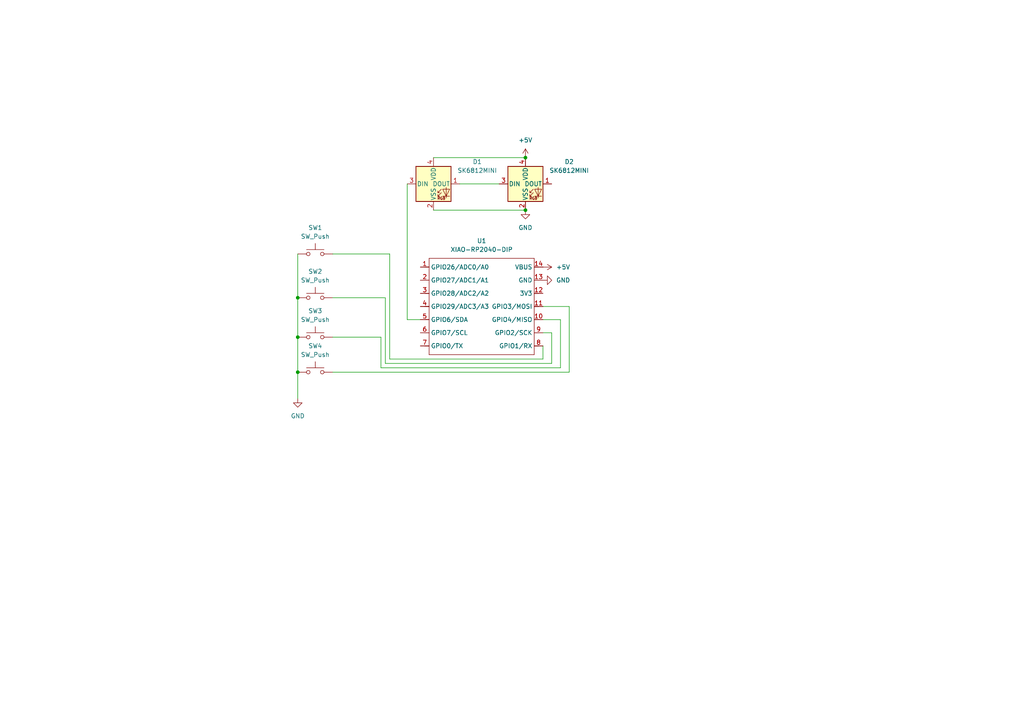
<source format=kicad_sch>
(kicad_sch
	(version 20250114)
	(generator "eeschema")
	(generator_version "9.0")
	(uuid "f24a4697-8b16-4b58-9cf6-73cb21826467")
	(paper "A4")
	(lib_symbols
		(symbol "LED:SK6812MINI"
			(pin_names
				(offset 0.254)
			)
			(exclude_from_sim no)
			(in_bom yes)
			(on_board yes)
			(property "Reference" "D"
				(at 5.08 5.715 0)
				(effects
					(font
						(size 1.27 1.27)
					)
					(justify right bottom)
				)
			)
			(property "Value" "SK6812MINI"
				(at 1.27 -5.715 0)
				(effects
					(font
						(size 1.27 1.27)
					)
					(justify left top)
				)
			)
			(property "Footprint" "LED_SMD:LED_SK6812MINI_PLCC4_3.5x3.5mm_P1.75mm"
				(at 1.27 -7.62 0)
				(effects
					(font
						(size 1.27 1.27)
					)
					(justify left top)
					(hide yes)
				)
			)
			(property "Datasheet" "https://cdn-shop.adafruit.com/product-files/2686/SK6812MINI_REV.01-1-2.pdf"
				(at 2.54 -9.525 0)
				(effects
					(font
						(size 1.27 1.27)
					)
					(justify left top)
					(hide yes)
				)
			)
			(property "Description" "RGB LED with integrated controller"
				(at 0 0 0)
				(effects
					(font
						(size 1.27 1.27)
					)
					(hide yes)
				)
			)
			(property "ki_keywords" "RGB LED NeoPixel Mini addressable"
				(at 0 0 0)
				(effects
					(font
						(size 1.27 1.27)
					)
					(hide yes)
				)
			)
			(property "ki_fp_filters" "LED*SK6812MINI*PLCC*3.5x3.5mm*P1.75mm*"
				(at 0 0 0)
				(effects
					(font
						(size 1.27 1.27)
					)
					(hide yes)
				)
			)
			(symbol "SK6812MINI_0_0"
				(text "RGB"
					(at 2.286 -4.191 0)
					(effects
						(font
							(size 0.762 0.762)
						)
					)
				)
			)
			(symbol "SK6812MINI_0_1"
				(polyline
					(pts
						(xy 1.27 -2.54) (xy 1.778 -2.54)
					)
					(stroke
						(width 0)
						(type default)
					)
					(fill
						(type none)
					)
				)
				(polyline
					(pts
						(xy 1.27 -3.556) (xy 1.778 -3.556)
					)
					(stroke
						(width 0)
						(type default)
					)
					(fill
						(type none)
					)
				)
				(polyline
					(pts
						(xy 2.286 -1.524) (xy 1.27 -2.54) (xy 1.27 -2.032)
					)
					(stroke
						(width 0)
						(type default)
					)
					(fill
						(type none)
					)
				)
				(polyline
					(pts
						(xy 2.286 -2.54) (xy 1.27 -3.556) (xy 1.27 -3.048)
					)
					(stroke
						(width 0)
						(type default)
					)
					(fill
						(type none)
					)
				)
				(polyline
					(pts
						(xy 3.683 -1.016) (xy 3.683 -3.556) (xy 3.683 -4.064)
					)
					(stroke
						(width 0)
						(type default)
					)
					(fill
						(type none)
					)
				)
				(polyline
					(pts
						(xy 4.699 -1.524) (xy 2.667 -1.524) (xy 3.683 -3.556) (xy 4.699 -1.524)
					)
					(stroke
						(width 0)
						(type default)
					)
					(fill
						(type none)
					)
				)
				(polyline
					(pts
						(xy 4.699 -3.556) (xy 2.667 -3.556)
					)
					(stroke
						(width 0)
						(type default)
					)
					(fill
						(type none)
					)
				)
				(rectangle
					(start 5.08 5.08)
					(end -5.08 -5.08)
					(stroke
						(width 0.254)
						(type default)
					)
					(fill
						(type background)
					)
				)
			)
			(symbol "SK6812MINI_1_1"
				(pin input line
					(at -7.62 0 0)
					(length 2.54)
					(name "DIN"
						(effects
							(font
								(size 1.27 1.27)
							)
						)
					)
					(number "3"
						(effects
							(font
								(size 1.27 1.27)
							)
						)
					)
				)
				(pin power_in line
					(at 0 7.62 270)
					(length 2.54)
					(name "VDD"
						(effects
							(font
								(size 1.27 1.27)
							)
						)
					)
					(number "4"
						(effects
							(font
								(size 1.27 1.27)
							)
						)
					)
				)
				(pin power_in line
					(at 0 -7.62 90)
					(length 2.54)
					(name "VSS"
						(effects
							(font
								(size 1.27 1.27)
							)
						)
					)
					(number "2"
						(effects
							(font
								(size 1.27 1.27)
							)
						)
					)
				)
				(pin output line
					(at 7.62 0 180)
					(length 2.54)
					(name "DOUT"
						(effects
							(font
								(size 1.27 1.27)
							)
						)
					)
					(number "1"
						(effects
							(font
								(size 1.27 1.27)
							)
						)
					)
				)
			)
			(embedded_fonts no)
		)
		(symbol "OPL:XIAO-RP2040-DIP"
			(exclude_from_sim no)
			(in_bom yes)
			(on_board yes)
			(property "Reference" "U"
				(at 0 0 0)
				(effects
					(font
						(size 1.27 1.27)
					)
				)
			)
			(property "Value" "XIAO-RP2040-DIP"
				(at 5.334 -1.778 0)
				(effects
					(font
						(size 1.27 1.27)
					)
				)
			)
			(property "Footprint" "Module:MOUDLE14P-XIAO-DIP-SMD"
				(at 14.478 -32.258 0)
				(effects
					(font
						(size 1.27 1.27)
					)
					(hide yes)
				)
			)
			(property "Datasheet" ""
				(at 0 0 0)
				(effects
					(font
						(size 1.27 1.27)
					)
					(hide yes)
				)
			)
			(property "Description" ""
				(at 0 0 0)
				(effects
					(font
						(size 1.27 1.27)
					)
					(hide yes)
				)
			)
			(symbol "XIAO-RP2040-DIP_1_0"
				(polyline
					(pts
						(xy -1.27 -2.54) (xy 29.21 -2.54)
					)
					(stroke
						(width 0.1524)
						(type solid)
					)
					(fill
						(type none)
					)
				)
				(polyline
					(pts
						(xy -1.27 -5.08) (xy -2.54 -5.08)
					)
					(stroke
						(width 0.1524)
						(type solid)
					)
					(fill
						(type none)
					)
				)
				(polyline
					(pts
						(xy -1.27 -5.08) (xy -1.27 -2.54)
					)
					(stroke
						(width 0.1524)
						(type solid)
					)
					(fill
						(type none)
					)
				)
				(polyline
					(pts
						(xy -1.27 -8.89) (xy -2.54 -8.89)
					)
					(stroke
						(width 0.1524)
						(type solid)
					)
					(fill
						(type none)
					)
				)
				(polyline
					(pts
						(xy -1.27 -8.89) (xy -1.27 -5.08)
					)
					(stroke
						(width 0.1524)
						(type solid)
					)
					(fill
						(type none)
					)
				)
				(polyline
					(pts
						(xy -1.27 -12.7) (xy -2.54 -12.7)
					)
					(stroke
						(width 0.1524)
						(type solid)
					)
					(fill
						(type none)
					)
				)
				(polyline
					(pts
						(xy -1.27 -12.7) (xy -1.27 -8.89)
					)
					(stroke
						(width 0.1524)
						(type solid)
					)
					(fill
						(type none)
					)
				)
				(polyline
					(pts
						(xy -1.27 -16.51) (xy -2.54 -16.51)
					)
					(stroke
						(width 0.1524)
						(type solid)
					)
					(fill
						(type none)
					)
				)
				(polyline
					(pts
						(xy -1.27 -16.51) (xy -1.27 -12.7)
					)
					(stroke
						(width 0.1524)
						(type solid)
					)
					(fill
						(type none)
					)
				)
				(polyline
					(pts
						(xy -1.27 -20.32) (xy -2.54 -20.32)
					)
					(stroke
						(width 0.1524)
						(type solid)
					)
					(fill
						(type none)
					)
				)
				(polyline
					(pts
						(xy -1.27 -24.13) (xy -2.54 -24.13)
					)
					(stroke
						(width 0.1524)
						(type solid)
					)
					(fill
						(type none)
					)
				)
				(polyline
					(pts
						(xy -1.27 -27.94) (xy -2.54 -27.94)
					)
					(stroke
						(width 0.1524)
						(type solid)
					)
					(fill
						(type none)
					)
				)
				(polyline
					(pts
						(xy -1.27 -30.48) (xy -1.27 -16.51)
					)
					(stroke
						(width 0.1524)
						(type solid)
					)
					(fill
						(type none)
					)
				)
				(polyline
					(pts
						(xy 29.21 -2.54) (xy 29.21 -5.08)
					)
					(stroke
						(width 0.1524)
						(type solid)
					)
					(fill
						(type none)
					)
				)
				(polyline
					(pts
						(xy 29.21 -5.08) (xy 29.21 -8.89)
					)
					(stroke
						(width 0.1524)
						(type solid)
					)
					(fill
						(type none)
					)
				)
				(polyline
					(pts
						(xy 29.21 -8.89) (xy 29.21 -12.7)
					)
					(stroke
						(width 0.1524)
						(type solid)
					)
					(fill
						(type none)
					)
				)
				(polyline
					(pts
						(xy 29.21 -12.7) (xy 29.21 -30.48)
					)
					(stroke
						(width 0.1524)
						(type solid)
					)
					(fill
						(type none)
					)
				)
				(polyline
					(pts
						(xy 29.21 -30.48) (xy -1.27 -30.48)
					)
					(stroke
						(width 0.1524)
						(type solid)
					)
					(fill
						(type none)
					)
				)
				(polyline
					(pts
						(xy 30.48 -5.08) (xy 29.21 -5.08)
					)
					(stroke
						(width 0.1524)
						(type solid)
					)
					(fill
						(type none)
					)
				)
				(polyline
					(pts
						(xy 30.48 -8.89) (xy 29.21 -8.89)
					)
					(stroke
						(width 0.1524)
						(type solid)
					)
					(fill
						(type none)
					)
				)
				(polyline
					(pts
						(xy 30.48 -12.7) (xy 29.21 -12.7)
					)
					(stroke
						(width 0.1524)
						(type solid)
					)
					(fill
						(type none)
					)
				)
				(polyline
					(pts
						(xy 30.48 -16.51) (xy 29.21 -16.51)
					)
					(stroke
						(width 0.1524)
						(type solid)
					)
					(fill
						(type none)
					)
				)
				(polyline
					(pts
						(xy 30.48 -20.32) (xy 29.21 -20.32)
					)
					(stroke
						(width 0.1524)
						(type solid)
					)
					(fill
						(type none)
					)
				)
				(polyline
					(pts
						(xy 30.48 -24.13) (xy 29.21 -24.13)
					)
					(stroke
						(width 0.1524)
						(type solid)
					)
					(fill
						(type none)
					)
				)
				(polyline
					(pts
						(xy 30.48 -27.94) (xy 29.21 -27.94)
					)
					(stroke
						(width 0.1524)
						(type solid)
					)
					(fill
						(type none)
					)
				)
				(pin passive line
					(at -3.81 -5.08 0)
					(length 2.54)
					(name "GPIO26/ADC0/A0"
						(effects
							(font
								(size 1.27 1.27)
							)
						)
					)
					(number "1"
						(effects
							(font
								(size 1.27 1.27)
							)
						)
					)
				)
				(pin passive line
					(at -3.81 -8.89 0)
					(length 2.54)
					(name "GPIO27/ADC1/A1"
						(effects
							(font
								(size 1.27 1.27)
							)
						)
					)
					(number "2"
						(effects
							(font
								(size 1.27 1.27)
							)
						)
					)
				)
				(pin passive line
					(at -3.81 -12.7 0)
					(length 2.54)
					(name "GPIO28/ADC2/A2"
						(effects
							(font
								(size 1.27 1.27)
							)
						)
					)
					(number "3"
						(effects
							(font
								(size 1.27 1.27)
							)
						)
					)
				)
				(pin passive line
					(at -3.81 -16.51 0)
					(length 2.54)
					(name "GPIO29/ADC3/A3"
						(effects
							(font
								(size 1.27 1.27)
							)
						)
					)
					(number "4"
						(effects
							(font
								(size 1.27 1.27)
							)
						)
					)
				)
				(pin passive line
					(at -3.81 -20.32 0)
					(length 2.54)
					(name "GPIO6/SDA"
						(effects
							(font
								(size 1.27 1.27)
							)
						)
					)
					(number "5"
						(effects
							(font
								(size 1.27 1.27)
							)
						)
					)
				)
				(pin passive line
					(at -3.81 -24.13 0)
					(length 2.54)
					(name "GPIO7/SCL"
						(effects
							(font
								(size 1.27 1.27)
							)
						)
					)
					(number "6"
						(effects
							(font
								(size 1.27 1.27)
							)
						)
					)
				)
				(pin passive line
					(at -3.81 -27.94 0)
					(length 2.54)
					(name "GPIO0/TX"
						(effects
							(font
								(size 1.27 1.27)
							)
						)
					)
					(number "7"
						(effects
							(font
								(size 1.27 1.27)
							)
						)
					)
				)
				(pin passive line
					(at 31.75 -5.08 180)
					(length 2.54)
					(name "VBUS"
						(effects
							(font
								(size 1.27 1.27)
							)
						)
					)
					(number "14"
						(effects
							(font
								(size 1.27 1.27)
							)
						)
					)
				)
				(pin passive line
					(at 31.75 -8.89 180)
					(length 2.54)
					(name "GND"
						(effects
							(font
								(size 1.27 1.27)
							)
						)
					)
					(number "13"
						(effects
							(font
								(size 1.27 1.27)
							)
						)
					)
				)
				(pin passive line
					(at 31.75 -12.7 180)
					(length 2.54)
					(name "3V3"
						(effects
							(font
								(size 1.27 1.27)
							)
						)
					)
					(number "12"
						(effects
							(font
								(size 1.27 1.27)
							)
						)
					)
				)
				(pin passive line
					(at 31.75 -16.51 180)
					(length 2.54)
					(name "GPIO3/MOSI"
						(effects
							(font
								(size 1.27 1.27)
							)
						)
					)
					(number "11"
						(effects
							(font
								(size 1.27 1.27)
							)
						)
					)
				)
				(pin passive line
					(at 31.75 -20.32 180)
					(length 2.54)
					(name "GPIO4/MISO"
						(effects
							(font
								(size 1.27 1.27)
							)
						)
					)
					(number "10"
						(effects
							(font
								(size 1.27 1.27)
							)
						)
					)
				)
				(pin passive line
					(at 31.75 -24.13 180)
					(length 2.54)
					(name "GPIO2/SCK"
						(effects
							(font
								(size 1.27 1.27)
							)
						)
					)
					(number "9"
						(effects
							(font
								(size 1.27 1.27)
							)
						)
					)
				)
				(pin passive line
					(at 31.75 -27.94 180)
					(length 2.54)
					(name "GPIO1/RX"
						(effects
							(font
								(size 1.27 1.27)
							)
						)
					)
					(number "8"
						(effects
							(font
								(size 1.27 1.27)
							)
						)
					)
				)
			)
			(embedded_fonts no)
		)
		(symbol "Switch:SW_Push"
			(pin_numbers
				(hide yes)
			)
			(pin_names
				(offset 1.016)
				(hide yes)
			)
			(exclude_from_sim no)
			(in_bom yes)
			(on_board yes)
			(property "Reference" "SW"
				(at 1.27 2.54 0)
				(effects
					(font
						(size 1.27 1.27)
					)
					(justify left)
				)
			)
			(property "Value" "SW_Push"
				(at 0 -1.524 0)
				(effects
					(font
						(size 1.27 1.27)
					)
				)
			)
			(property "Footprint" ""
				(at 0 5.08 0)
				(effects
					(font
						(size 1.27 1.27)
					)
					(hide yes)
				)
			)
			(property "Datasheet" "~"
				(at 0 5.08 0)
				(effects
					(font
						(size 1.27 1.27)
					)
					(hide yes)
				)
			)
			(property "Description" "Push button switch, generic, two pins"
				(at 0 0 0)
				(effects
					(font
						(size 1.27 1.27)
					)
					(hide yes)
				)
			)
			(property "ki_keywords" "switch normally-open pushbutton push-button"
				(at 0 0 0)
				(effects
					(font
						(size 1.27 1.27)
					)
					(hide yes)
				)
			)
			(symbol "SW_Push_0_1"
				(circle
					(center -2.032 0)
					(radius 0.508)
					(stroke
						(width 0)
						(type default)
					)
					(fill
						(type none)
					)
				)
				(polyline
					(pts
						(xy 0 1.27) (xy 0 3.048)
					)
					(stroke
						(width 0)
						(type default)
					)
					(fill
						(type none)
					)
				)
				(circle
					(center 2.032 0)
					(radius 0.508)
					(stroke
						(width 0)
						(type default)
					)
					(fill
						(type none)
					)
				)
				(polyline
					(pts
						(xy 2.54 1.27) (xy -2.54 1.27)
					)
					(stroke
						(width 0)
						(type default)
					)
					(fill
						(type none)
					)
				)
				(pin passive line
					(at -5.08 0 0)
					(length 2.54)
					(name "1"
						(effects
							(font
								(size 1.27 1.27)
							)
						)
					)
					(number "1"
						(effects
							(font
								(size 1.27 1.27)
							)
						)
					)
				)
				(pin passive line
					(at 5.08 0 180)
					(length 2.54)
					(name "2"
						(effects
							(font
								(size 1.27 1.27)
							)
						)
					)
					(number "2"
						(effects
							(font
								(size 1.27 1.27)
							)
						)
					)
				)
			)
			(embedded_fonts no)
		)
		(symbol "power:+5V"
			(power)
			(pin_numbers
				(hide yes)
			)
			(pin_names
				(offset 0)
				(hide yes)
			)
			(exclude_from_sim no)
			(in_bom yes)
			(on_board yes)
			(property "Reference" "#PWR"
				(at 0 -3.81 0)
				(effects
					(font
						(size 1.27 1.27)
					)
					(hide yes)
				)
			)
			(property "Value" "+5V"
				(at 0 3.556 0)
				(effects
					(font
						(size 1.27 1.27)
					)
				)
			)
			(property "Footprint" ""
				(at 0 0 0)
				(effects
					(font
						(size 1.27 1.27)
					)
					(hide yes)
				)
			)
			(property "Datasheet" ""
				(at 0 0 0)
				(effects
					(font
						(size 1.27 1.27)
					)
					(hide yes)
				)
			)
			(property "Description" "Power symbol creates a global label with name \"+5V\""
				(at 0 0 0)
				(effects
					(font
						(size 1.27 1.27)
					)
					(hide yes)
				)
			)
			(property "ki_keywords" "global power"
				(at 0 0 0)
				(effects
					(font
						(size 1.27 1.27)
					)
					(hide yes)
				)
			)
			(symbol "+5V_0_1"
				(polyline
					(pts
						(xy -0.762 1.27) (xy 0 2.54)
					)
					(stroke
						(width 0)
						(type default)
					)
					(fill
						(type none)
					)
				)
				(polyline
					(pts
						(xy 0 2.54) (xy 0.762 1.27)
					)
					(stroke
						(width 0)
						(type default)
					)
					(fill
						(type none)
					)
				)
				(polyline
					(pts
						(xy 0 0) (xy 0 2.54)
					)
					(stroke
						(width 0)
						(type default)
					)
					(fill
						(type none)
					)
				)
			)
			(symbol "+5V_1_1"
				(pin power_in line
					(at 0 0 90)
					(length 0)
					(name "~"
						(effects
							(font
								(size 1.27 1.27)
							)
						)
					)
					(number "1"
						(effects
							(font
								(size 1.27 1.27)
							)
						)
					)
				)
			)
			(embedded_fonts no)
		)
		(symbol "power:GND"
			(power)
			(pin_numbers
				(hide yes)
			)
			(pin_names
				(offset 0)
				(hide yes)
			)
			(exclude_from_sim no)
			(in_bom yes)
			(on_board yes)
			(property "Reference" "#PWR"
				(at 0 -6.35 0)
				(effects
					(font
						(size 1.27 1.27)
					)
					(hide yes)
				)
			)
			(property "Value" "GND"
				(at 0 -3.81 0)
				(effects
					(font
						(size 1.27 1.27)
					)
				)
			)
			(property "Footprint" ""
				(at 0 0 0)
				(effects
					(font
						(size 1.27 1.27)
					)
					(hide yes)
				)
			)
			(property "Datasheet" ""
				(at 0 0 0)
				(effects
					(font
						(size 1.27 1.27)
					)
					(hide yes)
				)
			)
			(property "Description" "Power symbol creates a global label with name \"GND\" , ground"
				(at 0 0 0)
				(effects
					(font
						(size 1.27 1.27)
					)
					(hide yes)
				)
			)
			(property "ki_keywords" "global power"
				(at 0 0 0)
				(effects
					(font
						(size 1.27 1.27)
					)
					(hide yes)
				)
			)
			(symbol "GND_0_1"
				(polyline
					(pts
						(xy 0 0) (xy 0 -1.27) (xy 1.27 -1.27) (xy 0 -2.54) (xy -1.27 -1.27) (xy 0 -1.27)
					)
					(stroke
						(width 0)
						(type default)
					)
					(fill
						(type none)
					)
				)
			)
			(symbol "GND_1_1"
				(pin power_in line
					(at 0 0 270)
					(length 0)
					(name "~"
						(effects
							(font
								(size 1.27 1.27)
							)
						)
					)
					(number "1"
						(effects
							(font
								(size 1.27 1.27)
							)
						)
					)
				)
			)
			(embedded_fonts no)
		)
	)
	(junction
		(at 86.36 97.79)
		(diameter 0)
		(color 0 0 0 0)
		(uuid "0a46f818-dcb3-4751-a733-1c15aca3ecc1")
	)
	(junction
		(at 152.4 45.72)
		(diameter 0)
		(color 0 0 0 0)
		(uuid "69de7b34-8206-4d12-821c-043cca6efbad")
	)
	(junction
		(at 86.36 86.36)
		(diameter 0)
		(color 0 0 0 0)
		(uuid "6d20a74f-a501-4372-90e1-39037d284475")
	)
	(junction
		(at 152.4 60.96)
		(diameter 0)
		(color 0 0 0 0)
		(uuid "d0aeab57-ad7c-468f-9036-accd3db080f3")
	)
	(junction
		(at 86.36 107.95)
		(diameter 0)
		(color 0 0 0 0)
		(uuid "e0c8a0d2-dc1e-45cf-86db-ec1c5e11723d")
	)
	(wire
		(pts
			(xy 110.49 97.79) (xy 110.49 106.68)
		)
		(stroke
			(width 0)
			(type default)
		)
		(uuid "0bc0680f-b72b-4f5b-a29a-16b7a9b5cd29")
	)
	(wire
		(pts
			(xy 118.11 53.34) (xy 118.11 92.71)
		)
		(stroke
			(width 0)
			(type default)
		)
		(uuid "0f823550-7af7-40d5-a847-75edda3da382")
	)
	(wire
		(pts
			(xy 96.52 107.95) (xy 165.1 107.95)
		)
		(stroke
			(width 0)
			(type default)
		)
		(uuid "13929ee5-2f3e-46fe-a136-d7805130e768")
	)
	(wire
		(pts
			(xy 96.52 73.66) (xy 113.03 73.66)
		)
		(stroke
			(width 0)
			(type default)
		)
		(uuid "153ead9f-caa7-4321-bba8-5425b6cdd487")
	)
	(wire
		(pts
			(xy 86.36 107.95) (xy 86.36 115.57)
		)
		(stroke
			(width 0)
			(type default)
		)
		(uuid "32b17a57-60f9-4052-b147-73109ed1086a")
	)
	(wire
		(pts
			(xy 96.52 86.36) (xy 111.76 86.36)
		)
		(stroke
			(width 0)
			(type default)
		)
		(uuid "4997a182-7a89-4d19-b1a6-1e10148fc2d6")
	)
	(wire
		(pts
			(xy 157.48 88.9) (xy 165.1 88.9)
		)
		(stroke
			(width 0)
			(type default)
		)
		(uuid "50517539-529f-4365-bf29-9275e98d48fa")
	)
	(wire
		(pts
			(xy 111.76 86.36) (xy 111.76 105.41)
		)
		(stroke
			(width 0)
			(type default)
		)
		(uuid "6093cd31-4e8f-4145-a054-1fe3fb7051ab")
	)
	(wire
		(pts
			(xy 160.02 96.52) (xy 157.48 96.52)
		)
		(stroke
			(width 0)
			(type default)
		)
		(uuid "63182e32-ff37-4e35-89c4-f8493c253cb6")
	)
	(wire
		(pts
			(xy 86.36 86.36) (xy 86.36 97.79)
		)
		(stroke
			(width 0)
			(type default)
		)
		(uuid "649569d6-5a1d-4236-9197-0a7a4fa1f100")
	)
	(wire
		(pts
			(xy 113.03 73.66) (xy 113.03 104.14)
		)
		(stroke
			(width 0)
			(type default)
		)
		(uuid "6a832f00-2bf0-4ba2-9f76-035372cf67fa")
	)
	(wire
		(pts
			(xy 165.1 107.95) (xy 165.1 88.9)
		)
		(stroke
			(width 0)
			(type default)
		)
		(uuid "6e167d8b-8fda-4342-93ba-fe4b7172663a")
	)
	(wire
		(pts
			(xy 157.48 104.14) (xy 157.48 100.33)
		)
		(stroke
			(width 0)
			(type default)
		)
		(uuid "91030318-f9d9-4b63-9a15-36c926a39831")
	)
	(wire
		(pts
			(xy 110.49 106.68) (xy 162.56 106.68)
		)
		(stroke
			(width 0)
			(type default)
		)
		(uuid "a690f947-8e76-48e1-9dc9-fa2a614c8258")
	)
	(wire
		(pts
			(xy 162.56 92.71) (xy 157.48 92.71)
		)
		(stroke
			(width 0)
			(type default)
		)
		(uuid "b6fbc86f-98b8-461d-a121-9a4c49d0331c")
	)
	(wire
		(pts
			(xy 113.03 104.14) (xy 157.48 104.14)
		)
		(stroke
			(width 0)
			(type default)
		)
		(uuid "ba73c7f8-8074-493e-bf95-041ade31a96e")
	)
	(wire
		(pts
			(xy 96.52 97.79) (xy 110.49 97.79)
		)
		(stroke
			(width 0)
			(type default)
		)
		(uuid "c3a99e92-c85c-4327-8fc7-13cab3866277")
	)
	(wire
		(pts
			(xy 125.73 45.72) (xy 152.4 45.72)
		)
		(stroke
			(width 0)
			(type default)
		)
		(uuid "c4d98f8c-f188-493f-99ac-218d5a2d3bbc")
	)
	(wire
		(pts
			(xy 160.02 105.41) (xy 160.02 96.52)
		)
		(stroke
			(width 0)
			(type default)
		)
		(uuid "d5dcdc08-115e-4e6f-8a8e-7ea8bb29de66")
	)
	(wire
		(pts
			(xy 133.35 53.34) (xy 144.78 53.34)
		)
		(stroke
			(width 0)
			(type default)
		)
		(uuid "da474805-370d-40e7-a053-2878e0848227")
	)
	(wire
		(pts
			(xy 111.76 105.41) (xy 160.02 105.41)
		)
		(stroke
			(width 0)
			(type default)
		)
		(uuid "da79cdd0-a303-4359-ba6c-a50d9eae1167")
	)
	(wire
		(pts
			(xy 86.36 97.79) (xy 86.36 107.95)
		)
		(stroke
			(width 0)
			(type default)
		)
		(uuid "f0fa688f-1f85-407b-a7ee-c1659fdb120f")
	)
	(wire
		(pts
			(xy 118.11 92.71) (xy 121.92 92.71)
		)
		(stroke
			(width 0)
			(type default)
		)
		(uuid "f2e959de-834d-4ef7-8ba8-da040beac6c3")
	)
	(wire
		(pts
			(xy 162.56 106.68) (xy 162.56 92.71)
		)
		(stroke
			(width 0)
			(type default)
		)
		(uuid "f3e1f68c-0e1b-4355-b75e-8f4d006f9b85")
	)
	(wire
		(pts
			(xy 125.73 60.96) (xy 152.4 60.96)
		)
		(stroke
			(width 0)
			(type default)
		)
		(uuid "f74bacf6-ecdf-4032-802e-7ac7da1cbbc1")
	)
	(wire
		(pts
			(xy 86.36 73.66) (xy 86.36 86.36)
		)
		(stroke
			(width 0)
			(type default)
		)
		(uuid "fa5de859-00b6-428c-8720-d826c743ea38")
	)
	(symbol
		(lib_id "Switch:SW_Push")
		(at 91.44 97.79 0)
		(unit 1)
		(exclude_from_sim no)
		(in_bom yes)
		(on_board yes)
		(dnp no)
		(fields_autoplaced yes)
		(uuid "089f6947-fa6e-4f8f-b32d-58709d579c4e")
		(property "Reference" "SW3"
			(at 91.44 90.17 0)
			(effects
				(font
					(size 1.27 1.27)
				)
			)
		)
		(property "Value" "SW_Push"
			(at 91.44 92.71 0)
			(effects
				(font
					(size 1.27 1.27)
				)
			)
		)
		(property "Footprint" "Button_Switch_Keyboard:SW_Cherry_MX_1.00u_PCB"
			(at 91.44 92.71 0)
			(effects
				(font
					(size 1.27 1.27)
				)
				(hide yes)
			)
		)
		(property "Datasheet" "~"
			(at 91.44 92.71 0)
			(effects
				(font
					(size 1.27 1.27)
				)
				(hide yes)
			)
		)
		(property "Description" "Push button switch, generic, two pins"
			(at 91.44 97.79 0)
			(effects
				(font
					(size 1.27 1.27)
				)
				(hide yes)
			)
		)
		(pin "1"
			(uuid "0587f686-11aa-4b1c-9e6c-9bf58448d1b3")
		)
		(pin "2"
			(uuid "a9f67783-bdc3-4bed-a8e3-d843899f6afa")
		)
		(instances
			(project "projects"
				(path "/f24a4697-8b16-4b58-9cf6-73cb21826467"
					(reference "SW3")
					(unit 1)
				)
			)
		)
	)
	(symbol
		(lib_id "power:GND")
		(at 157.48 81.28 90)
		(unit 1)
		(exclude_from_sim no)
		(in_bom yes)
		(on_board yes)
		(dnp no)
		(fields_autoplaced yes)
		(uuid "153141ee-ad24-40a4-8c94-db546a81e2c8")
		(property "Reference" "#PWR05"
			(at 163.83 81.28 0)
			(effects
				(font
					(size 1.27 1.27)
				)
				(hide yes)
			)
		)
		(property "Value" "GND"
			(at 161.29 81.2799 90)
			(effects
				(font
					(size 1.27 1.27)
				)
				(justify right)
			)
		)
		(property "Footprint" ""
			(at 157.48 81.28 0)
			(effects
				(font
					(size 1.27 1.27)
				)
				(hide yes)
			)
		)
		(property "Datasheet" ""
			(at 157.48 81.28 0)
			(effects
				(font
					(size 1.27 1.27)
				)
				(hide yes)
			)
		)
		(property "Description" "Power symbol creates a global label with name \"GND\" , ground"
			(at 157.48 81.28 0)
			(effects
				(font
					(size 1.27 1.27)
				)
				(hide yes)
			)
		)
		(pin "1"
			(uuid "d2a52b74-0c11-4956-aae5-be985eec24d6")
		)
		(instances
			(project ""
				(path "/f24a4697-8b16-4b58-9cf6-73cb21826467"
					(reference "#PWR05")
					(unit 1)
				)
			)
		)
	)
	(symbol
		(lib_id "power:+5V")
		(at 152.4 45.72 0)
		(unit 1)
		(exclude_from_sim no)
		(in_bom yes)
		(on_board yes)
		(dnp no)
		(fields_autoplaced yes)
		(uuid "20c01a13-fddc-4cf0-8552-e4f58db1bcf8")
		(property "Reference" "#PWR02"
			(at 152.4 49.53 0)
			(effects
				(font
					(size 1.27 1.27)
				)
				(hide yes)
			)
		)
		(property "Value" "+5V"
			(at 152.4 40.64 0)
			(effects
				(font
					(size 1.27 1.27)
				)
			)
		)
		(property "Footprint" ""
			(at 152.4 45.72 0)
			(effects
				(font
					(size 1.27 1.27)
				)
				(hide yes)
			)
		)
		(property "Datasheet" ""
			(at 152.4 45.72 0)
			(effects
				(font
					(size 1.27 1.27)
				)
				(hide yes)
			)
		)
		(property "Description" "Power symbol creates a global label with name \"+5V\""
			(at 152.4 45.72 0)
			(effects
				(font
					(size 1.27 1.27)
				)
				(hide yes)
			)
		)
		(pin "1"
			(uuid "a6597033-f05b-44f1-8873-01b649cc92bc")
		)
		(instances
			(project ""
				(path "/f24a4697-8b16-4b58-9cf6-73cb21826467"
					(reference "#PWR02")
					(unit 1)
				)
			)
		)
	)
	(symbol
		(lib_id "Switch:SW_Push")
		(at 91.44 86.36 0)
		(unit 1)
		(exclude_from_sim no)
		(in_bom yes)
		(on_board yes)
		(dnp no)
		(fields_autoplaced yes)
		(uuid "4a3f0aee-ace7-47f3-b93d-08f4d50d114c")
		(property "Reference" "SW2"
			(at 91.44 78.74 0)
			(effects
				(font
					(size 1.27 1.27)
				)
			)
		)
		(property "Value" "SW_Push"
			(at 91.44 81.28 0)
			(effects
				(font
					(size 1.27 1.27)
				)
			)
		)
		(property "Footprint" "Button_Switch_Keyboard:SW_Cherry_MX_1.00u_PCB"
			(at 91.44 81.28 0)
			(effects
				(font
					(size 1.27 1.27)
				)
				(hide yes)
			)
		)
		(property "Datasheet" "~"
			(at 91.44 81.28 0)
			(effects
				(font
					(size 1.27 1.27)
				)
				(hide yes)
			)
		)
		(property "Description" "Push button switch, generic, two pins"
			(at 91.44 86.36 0)
			(effects
				(font
					(size 1.27 1.27)
				)
				(hide yes)
			)
		)
		(pin "1"
			(uuid "c3caefba-8aea-47d4-be05-da14aca5b6ad")
		)
		(pin "2"
			(uuid "f40f207f-b5cc-40f6-a691-9c0da4d186a8")
		)
		(instances
			(project "projects"
				(path "/f24a4697-8b16-4b58-9cf6-73cb21826467"
					(reference "SW2")
					(unit 1)
				)
			)
		)
	)
	(symbol
		(lib_id "Switch:SW_Push")
		(at 91.44 73.66 0)
		(unit 1)
		(exclude_from_sim no)
		(in_bom yes)
		(on_board yes)
		(dnp no)
		(fields_autoplaced yes)
		(uuid "6bb82106-216b-45d3-a180-42b9a271e5e3")
		(property "Reference" "SW1"
			(at 91.44 66.04 0)
			(effects
				(font
					(size 1.27 1.27)
				)
			)
		)
		(property "Value" "SW_Push"
			(at 91.44 68.58 0)
			(effects
				(font
					(size 1.27 1.27)
				)
			)
		)
		(property "Footprint" "Button_Switch_Keyboard:SW_Cherry_MX_1.00u_PCB"
			(at 91.44 68.58 0)
			(effects
				(font
					(size 1.27 1.27)
				)
				(hide yes)
			)
		)
		(property "Datasheet" "~"
			(at 91.44 68.58 0)
			(effects
				(font
					(size 1.27 1.27)
				)
				(hide yes)
			)
		)
		(property "Description" "Push button switch, generic, two pins"
			(at 91.44 73.66 0)
			(effects
				(font
					(size 1.27 1.27)
				)
				(hide yes)
			)
		)
		(pin "1"
			(uuid "b0d9a368-abd9-4f76-b8aa-31153c17c9ae")
		)
		(pin "2"
			(uuid "175ba422-4f00-4ac1-a080-7c4126a83cbf")
		)
		(instances
			(project ""
				(path "/f24a4697-8b16-4b58-9cf6-73cb21826467"
					(reference "SW1")
					(unit 1)
				)
			)
		)
	)
	(symbol
		(lib_id "power:GND")
		(at 86.36 115.57 0)
		(unit 1)
		(exclude_from_sim no)
		(in_bom yes)
		(on_board yes)
		(dnp no)
		(fields_autoplaced yes)
		(uuid "7f1e97e6-fcf0-4165-9624-5b60ad4b05c6")
		(property "Reference" "#PWR01"
			(at 86.36 121.92 0)
			(effects
				(font
					(size 1.27 1.27)
				)
				(hide yes)
			)
		)
		(property "Value" "GND"
			(at 86.36 120.65 0)
			(effects
				(font
					(size 1.27 1.27)
				)
			)
		)
		(property "Footprint" ""
			(at 86.36 115.57 0)
			(effects
				(font
					(size 1.27 1.27)
				)
				(hide yes)
			)
		)
		(property "Datasheet" ""
			(at 86.36 115.57 0)
			(effects
				(font
					(size 1.27 1.27)
				)
				(hide yes)
			)
		)
		(property "Description" "Power symbol creates a global label with name \"GND\" , ground"
			(at 86.36 115.57 0)
			(effects
				(font
					(size 1.27 1.27)
				)
				(hide yes)
			)
		)
		(pin "1"
			(uuid "08b4f141-cdc7-43f8-ac97-d458ce18cbbc")
		)
		(instances
			(project ""
				(path "/f24a4697-8b16-4b58-9cf6-73cb21826467"
					(reference "#PWR01")
					(unit 1)
				)
			)
		)
	)
	(symbol
		(lib_id "Switch:SW_Push")
		(at 91.44 107.95 0)
		(unit 1)
		(exclude_from_sim no)
		(in_bom yes)
		(on_board yes)
		(dnp no)
		(fields_autoplaced yes)
		(uuid "888200be-cc44-4e42-a991-2127ee41f8b2")
		(property "Reference" "SW4"
			(at 91.44 100.33 0)
			(effects
				(font
					(size 1.27 1.27)
				)
			)
		)
		(property "Value" "SW_Push"
			(at 91.44 102.87 0)
			(effects
				(font
					(size 1.27 1.27)
				)
			)
		)
		(property "Footprint" "Button_Switch_Keyboard:SW_Cherry_MX_1.00u_PCB"
			(at 91.44 102.87 0)
			(effects
				(font
					(size 1.27 1.27)
				)
				(hide yes)
			)
		)
		(property "Datasheet" "~"
			(at 91.44 102.87 0)
			(effects
				(font
					(size 1.27 1.27)
				)
				(hide yes)
			)
		)
		(property "Description" "Push button switch, generic, two pins"
			(at 91.44 107.95 0)
			(effects
				(font
					(size 1.27 1.27)
				)
				(hide yes)
			)
		)
		(pin "1"
			(uuid "8a2fd945-38a6-48e3-9aa5-4210ec976fef")
		)
		(pin "2"
			(uuid "a32db381-e890-41e9-a0d4-5260c3fa0101")
		)
		(instances
			(project "projects"
				(path "/f24a4697-8b16-4b58-9cf6-73cb21826467"
					(reference "SW4")
					(unit 1)
				)
			)
		)
	)
	(symbol
		(lib_id "OPL:XIAO-RP2040-DIP")
		(at 125.73 72.39 0)
		(unit 1)
		(exclude_from_sim no)
		(in_bom yes)
		(on_board yes)
		(dnp no)
		(fields_autoplaced yes)
		(uuid "aeadfb9d-a163-4d81-97ec-8e0ddc867e00")
		(property "Reference" "U1"
			(at 139.7 69.85 0)
			(effects
				(font
					(size 1.27 1.27)
				)
			)
		)
		(property "Value" "XIAO-RP2040-DIP"
			(at 139.7 72.39 0)
			(effects
				(font
					(size 1.27 1.27)
				)
			)
		)
		(property "Footprint" "OPL:XIAO-RP2040-DIP"
			(at 140.208 104.648 0)
			(effects
				(font
					(size 1.27 1.27)
				)
				(hide yes)
			)
		)
		(property "Datasheet" ""
			(at 125.73 72.39 0)
			(effects
				(font
					(size 1.27 1.27)
				)
				(hide yes)
			)
		)
		(property "Description" ""
			(at 125.73 72.39 0)
			(effects
				(font
					(size 1.27 1.27)
				)
				(hide yes)
			)
		)
		(pin "6"
			(uuid "584b285b-0ff7-44c3-b242-0f25a2bf34a8")
		)
		(pin "3"
			(uuid "df29b1f3-7524-4caa-a6ac-ec127e5b22cb")
		)
		(pin "14"
			(uuid "1dab2724-b9cc-454d-927d-c046264dd0d5")
		)
		(pin "9"
			(uuid "68faf466-386f-402c-aed6-b8727a282fa6")
		)
		(pin "4"
			(uuid "323c818b-09f3-4229-b12c-ea4de6fb62d9")
		)
		(pin "5"
			(uuid "951bd494-c5fe-4252-b7f7-e6b8ce34be86")
		)
		(pin "2"
			(uuid "dd626400-4a4c-4817-9566-5409b3ae09e5")
		)
		(pin "12"
			(uuid "e88527ce-e79b-4d18-b0bd-4373604feab5")
		)
		(pin "13"
			(uuid "f95a1bec-e4b4-42a2-825f-c31f426490df")
		)
		(pin "1"
			(uuid "45d899a1-6390-4b34-b01a-a0d99207d961")
		)
		(pin "8"
			(uuid "7bc1e21c-a239-433c-8803-4562b5405703")
		)
		(pin "7"
			(uuid "725e24ba-bf3e-4da2-9aea-17280c36db13")
		)
		(pin "10"
			(uuid "7a5d012a-fbaf-4eac-8fd5-567f06f251f4")
		)
		(pin "11"
			(uuid "c1f3b4bc-67e7-49a4-8860-e4502cd0460f")
		)
		(instances
			(project ""
				(path "/f24a4697-8b16-4b58-9cf6-73cb21826467"
					(reference "U1")
					(unit 1)
				)
			)
		)
	)
	(symbol
		(lib_id "LED:SK6812MINI")
		(at 152.4 53.34 0)
		(unit 1)
		(exclude_from_sim no)
		(in_bom yes)
		(on_board yes)
		(dnp no)
		(fields_autoplaced yes)
		(uuid "b37287e6-29c3-4090-86eb-55c61c96cd83")
		(property "Reference" "D2"
			(at 165.1 46.9198 0)
			(effects
				(font
					(size 1.27 1.27)
				)
			)
		)
		(property "Value" "SK6812MINI"
			(at 165.1 49.4598 0)
			(effects
				(font
					(size 1.27 1.27)
				)
			)
		)
		(property "Footprint" "LED_SMD:LED_SK6812MINI_PLCC4_3.5x3.5mm_P1.75mm"
			(at 153.67 60.96 0)
			(effects
				(font
					(size 1.27 1.27)
				)
				(justify left top)
				(hide yes)
			)
		)
		(property "Datasheet" "https://cdn-shop.adafruit.com/product-files/2686/SK6812MINI_REV.01-1-2.pdf"
			(at 154.94 62.865 0)
			(effects
				(font
					(size 1.27 1.27)
				)
				(justify left top)
				(hide yes)
			)
		)
		(property "Description" "RGB LED with integrated controller"
			(at 152.4 53.34 0)
			(effects
				(font
					(size 1.27 1.27)
				)
				(hide yes)
			)
		)
		(pin "3"
			(uuid "60b2d37c-83d2-4e9f-a8e4-f9e8c3d8c4d5")
		)
		(pin "1"
			(uuid "9f77fa95-d3bb-400e-a625-b9eaa6a0e6d9")
		)
		(pin "4"
			(uuid "8549d835-7336-4f08-97da-e8536f1ab489")
		)
		(pin "2"
			(uuid "5910d493-c53f-4f9d-b532-c02916736a8a")
		)
		(instances
			(project ""
				(path "/f24a4697-8b16-4b58-9cf6-73cb21826467"
					(reference "D2")
					(unit 1)
				)
			)
		)
	)
	(symbol
		(lib_id "power:+5V")
		(at 157.48 77.47 270)
		(unit 1)
		(exclude_from_sim no)
		(in_bom yes)
		(on_board yes)
		(dnp no)
		(fields_autoplaced yes)
		(uuid "cffee90f-2731-4ad2-8bee-a24764bcc4d1")
		(property "Reference" "#PWR04"
			(at 153.67 77.47 0)
			(effects
				(font
					(size 1.27 1.27)
				)
				(hide yes)
			)
		)
		(property "Value" "+5V"
			(at 161.29 77.4699 90)
			(effects
				(font
					(size 1.27 1.27)
				)
				(justify left)
			)
		)
		(property "Footprint" ""
			(at 157.48 77.47 0)
			(effects
				(font
					(size 1.27 1.27)
				)
				(hide yes)
			)
		)
		(property "Datasheet" ""
			(at 157.48 77.47 0)
			(effects
				(font
					(size 1.27 1.27)
				)
				(hide yes)
			)
		)
		(property "Description" "Power symbol creates a global label with name \"+5V\""
			(at 157.48 77.47 0)
			(effects
				(font
					(size 1.27 1.27)
				)
				(hide yes)
			)
		)
		(pin "1"
			(uuid "fd691139-6930-4bf8-a7b8-1e2f4fe7c4de")
		)
		(instances
			(project ""
				(path "/f24a4697-8b16-4b58-9cf6-73cb21826467"
					(reference "#PWR04")
					(unit 1)
				)
			)
		)
	)
	(symbol
		(lib_id "LED:SK6812MINI")
		(at 125.73 53.34 0)
		(unit 1)
		(exclude_from_sim no)
		(in_bom yes)
		(on_board yes)
		(dnp no)
		(fields_autoplaced yes)
		(uuid "db636cbe-5f8b-4a8f-8017-545887feb0ac")
		(property "Reference" "D1"
			(at 138.43 46.9198 0)
			(effects
				(font
					(size 1.27 1.27)
				)
			)
		)
		(property "Value" "SK6812MINI"
			(at 138.43 49.4598 0)
			(effects
				(font
					(size 1.27 1.27)
				)
			)
		)
		(property "Footprint" "LED_SMD:LED_SK6812MINI_PLCC4_3.5x3.5mm_P1.75mm"
			(at 127 60.96 0)
			(effects
				(font
					(size 1.27 1.27)
				)
				(justify left top)
				(hide yes)
			)
		)
		(property "Datasheet" "https://cdn-shop.adafruit.com/product-files/2686/SK6812MINI_REV.01-1-2.pdf"
			(at 128.27 62.865 0)
			(effects
				(font
					(size 1.27 1.27)
				)
				(justify left top)
				(hide yes)
			)
		)
		(property "Description" "RGB LED with integrated controller"
			(at 125.73 53.34 0)
			(effects
				(font
					(size 1.27 1.27)
				)
				(hide yes)
			)
		)
		(pin "1"
			(uuid "ae488406-aa4b-46fe-97b6-e1fa6ee4944c")
		)
		(pin "2"
			(uuid "f3ab1d86-f6d3-4827-9159-363b9343be9d")
		)
		(pin "3"
			(uuid "cfdcfca4-92bc-4fcb-86f3-beb6161c1757")
		)
		(pin "4"
			(uuid "41fbec26-d0b2-4be4-8867-81c81211519d")
		)
		(instances
			(project ""
				(path "/f24a4697-8b16-4b58-9cf6-73cb21826467"
					(reference "D1")
					(unit 1)
				)
			)
		)
	)
	(symbol
		(lib_id "power:GND")
		(at 152.4 60.96 0)
		(unit 1)
		(exclude_from_sim no)
		(in_bom yes)
		(on_board yes)
		(dnp no)
		(fields_autoplaced yes)
		(uuid "fe15bcc5-f6d0-45f4-b0ff-d3c27a7963c8")
		(property "Reference" "#PWR03"
			(at 152.4 67.31 0)
			(effects
				(font
					(size 1.27 1.27)
				)
				(hide yes)
			)
		)
		(property "Value" "GND"
			(at 152.4 66.04 0)
			(effects
				(font
					(size 1.27 1.27)
				)
			)
		)
		(property "Footprint" ""
			(at 152.4 60.96 0)
			(effects
				(font
					(size 1.27 1.27)
				)
				(hide yes)
			)
		)
		(property "Datasheet" ""
			(at 152.4 60.96 0)
			(effects
				(font
					(size 1.27 1.27)
				)
				(hide yes)
			)
		)
		(property "Description" "Power symbol creates a global label with name \"GND\" , ground"
			(at 152.4 60.96 0)
			(effects
				(font
					(size 1.27 1.27)
				)
				(hide yes)
			)
		)
		(pin "1"
			(uuid "076bd8ee-9cbd-495b-ade7-035b459998cd")
		)
		(instances
			(project ""
				(path "/f24a4697-8b16-4b58-9cf6-73cb21826467"
					(reference "#PWR03")
					(unit 1)
				)
			)
		)
	)
	(sheet_instances
		(path "/"
			(page "1")
		)
	)
	(embedded_fonts no)
)

</source>
